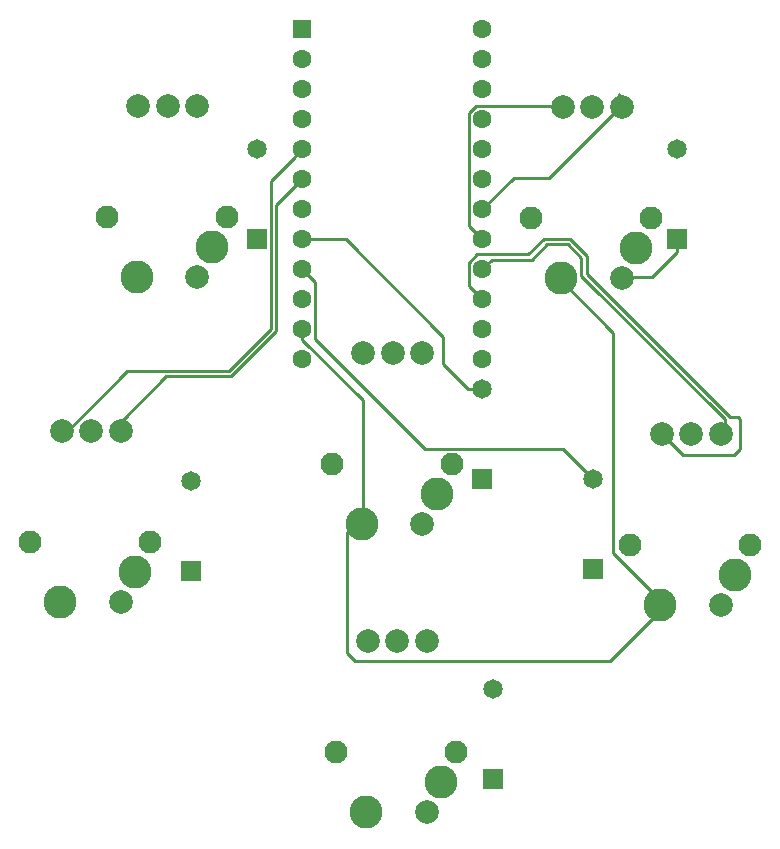
<source format=gbr>
G04 #@! TF.GenerationSoftware,KiCad,Pcbnew,(5.1.4)-1*
G04 #@! TF.CreationDate,2019-09-20T01:01:40-07:00*
G04 #@! TF.ProjectId,macropad,6d616372-6f70-4616-942e-6b696361645f,rev?*
G04 #@! TF.SameCoordinates,Original*
G04 #@! TF.FileFunction,Copper,L1,Top*
G04 #@! TF.FilePolarity,Positive*
%FSLAX46Y46*%
G04 Gerber Fmt 4.6, Leading zero omitted, Abs format (unit mm)*
G04 Created by KiCad (PCBNEW (5.1.4)-1) date 2019-09-20 01:01:40*
%MOMM*%
%LPD*%
G04 APERTURE LIST*
%ADD10C,2.000000*%
%ADD11C,2.800000*%
%ADD12C,1.950000*%
%ADD13R,1.651000X1.651000*%
%ADD14C,1.651000*%
%ADD15C,1.600000*%
%ADD16R,1.600000X1.600000*%
%ADD17C,0.250000*%
G04 APERTURE END LIST*
D10*
X177683160Y-104140000D03*
D11*
X172552360Y-118623080D03*
D12*
X170012360Y-113543080D03*
X180172360Y-113543080D03*
D11*
X178902360Y-116083080D03*
D10*
X175173000Y-104140000D03*
X172673000Y-104140000D03*
X177673000Y-118640000D03*
X152791160Y-121666000D03*
D11*
X147660360Y-136149080D03*
D12*
X145120360Y-131069080D03*
X155280360Y-131069080D03*
D11*
X154010360Y-133609080D03*
D10*
X150281000Y-121666000D03*
X147781000Y-121666000D03*
X152781000Y-136166000D03*
X152410160Y-97282000D03*
D11*
X147279360Y-111765080D03*
D12*
X144739360Y-106685080D03*
X154899360Y-106685080D03*
D11*
X153629360Y-109225080D03*
D10*
X149900000Y-97282000D03*
X147400000Y-97282000D03*
X152400000Y-111782000D03*
X126883160Y-103886000D03*
D11*
X121752360Y-118369080D03*
D12*
X119212360Y-113289080D03*
X129372360Y-113289080D03*
D11*
X128102360Y-115829080D03*
D10*
X124373000Y-103886000D03*
X121873000Y-103886000D03*
X126873000Y-118386000D03*
X169301160Y-76454000D03*
D11*
X164170360Y-90937080D03*
D12*
X161630360Y-85857080D03*
X171790360Y-85857080D03*
D11*
X170520360Y-88397080D03*
D10*
X166791000Y-76454000D03*
X164291000Y-76454000D03*
X169291000Y-90954000D03*
X133360160Y-76327000D03*
D11*
X128229360Y-90810080D03*
D12*
X125689360Y-85730080D03*
X135849360Y-85730080D03*
D11*
X134579360Y-88270080D03*
D10*
X130850000Y-76327000D03*
X128350000Y-76327000D03*
X133350000Y-90827000D03*
D13*
X166878000Y-115570000D03*
D14*
X166878000Y-107950000D03*
D13*
X173990000Y-87630000D03*
D14*
X173990000Y-80010000D03*
D13*
X158369000Y-133350000D03*
D14*
X158369000Y-125730000D03*
D15*
X157480000Y-69850000D03*
X157480000Y-72390000D03*
X157480000Y-74930000D03*
X157480000Y-77470000D03*
X157480000Y-80010000D03*
X157480000Y-82550000D03*
X157480000Y-85090000D03*
X157480000Y-87630000D03*
X157480000Y-90170000D03*
X157480000Y-92710000D03*
X157480000Y-95250000D03*
X157480000Y-97790000D03*
X142240000Y-97790000D03*
X142240000Y-95250000D03*
X142240000Y-92710000D03*
X142240000Y-90170000D03*
X142240000Y-87630000D03*
X142240000Y-85090000D03*
X142240000Y-82550000D03*
X142240000Y-80010000D03*
X142240000Y-77470000D03*
X142240000Y-74930000D03*
X142240000Y-72390000D03*
D16*
X142240000Y-69850000D03*
D13*
X157480000Y-107950000D03*
D14*
X157480000Y-100330000D03*
D13*
X138430000Y-87630000D03*
D14*
X138430000Y-80010000D03*
D13*
X132842000Y-115697000D03*
D14*
X132842000Y-108077000D03*
D17*
X132882000Y-115657000D02*
X132842000Y-115697000D01*
X156312567Y-100330000D02*
X154178000Y-98195433D01*
X157480000Y-100330000D02*
X156312567Y-100330000D01*
X143371370Y-87630000D02*
X142240000Y-87630000D01*
X145935002Y-87630000D02*
X143371370Y-87630000D01*
X154178000Y-95872998D02*
X145935002Y-87630000D01*
X154178000Y-98195433D02*
X154178000Y-95872998D01*
X143039999Y-90969999D02*
X142240000Y-90170000D01*
X143365001Y-91295001D02*
X143039999Y-90969999D01*
X143365001Y-96071003D02*
X143365001Y-91295001D01*
X152679077Y-105385079D02*
X143365001Y-96071003D01*
X164313079Y-105385079D02*
X152679077Y-105385079D01*
X166878000Y-107950000D02*
X164313079Y-105385079D01*
X173990000Y-88705500D02*
X173990000Y-87630000D01*
X171875500Y-90820000D02*
X173990000Y-88705500D01*
X168870000Y-90820000D02*
X171875500Y-90820000D01*
X156680001Y-91910001D02*
X157480000Y-92710000D01*
X156354999Y-91584999D02*
X156680001Y-91910001D01*
X156354999Y-89629999D02*
X156354999Y-91584999D01*
X157065007Y-88919991D02*
X156354999Y-89629999D01*
X162697931Y-87619069D02*
X161397009Y-88919991D01*
X164930761Y-87619069D02*
X162697931Y-87619069D01*
X178464009Y-102696599D02*
X166344205Y-90576795D01*
X172720000Y-104140000D02*
X174498000Y-105918000D01*
X166344205Y-89032513D02*
X164930761Y-87619069D01*
X174498000Y-105918000D02*
X178814002Y-105918000D01*
X178814002Y-105918000D02*
X179339001Y-105393001D01*
X179339001Y-105393001D02*
X179339001Y-102872999D01*
X166344205Y-90576795D02*
X166344205Y-89032513D01*
X179339001Y-102872999D02*
X179162601Y-102696599D01*
X161397009Y-88919991D02*
X157065007Y-88919991D01*
X179162601Y-102696599D02*
X178464009Y-102696599D01*
X158279999Y-89370001D02*
X157480000Y-90170000D01*
X161708999Y-89370001D02*
X158279999Y-89370001D01*
X178014000Y-104133000D02*
X178014000Y-102883000D01*
X178014000Y-102883000D02*
X165894196Y-90763196D01*
X165894196Y-90763196D02*
X165894196Y-89218914D01*
X165894196Y-89218914D02*
X164744361Y-88069079D01*
X164744361Y-88069079D02*
X163009921Y-88069079D01*
X163009921Y-88069079D02*
X161708999Y-89370001D01*
X147360000Y-109725787D02*
X147360000Y-111140000D01*
X147360000Y-101244998D02*
X147360000Y-109725787D01*
X142240000Y-96124998D02*
X147360000Y-101244998D01*
X142240000Y-95250000D02*
X142240000Y-96124998D01*
X172014001Y-119632999D02*
X173014000Y-118633000D01*
X168281999Y-123365001D02*
X172014001Y-119632999D01*
X146723999Y-123365001D02*
X168281999Y-123365001D01*
X146034999Y-122676001D02*
X146723999Y-123365001D01*
X146034999Y-112465001D02*
X146034999Y-122676001D01*
X147360000Y-111140000D02*
X146034999Y-112465001D01*
X172014001Y-117633001D02*
X173014000Y-118633000D01*
X168588999Y-114207999D02*
X172014001Y-117633001D01*
X168588999Y-95538999D02*
X168588999Y-114207999D01*
X163870000Y-90820000D02*
X168588999Y-95538999D01*
X156680001Y-86830001D02*
X157480000Y-87630000D01*
X156354999Y-86504999D02*
X156680001Y-86830001D01*
X156354999Y-76929999D02*
X156354999Y-86504999D01*
X156964998Y-76320000D02*
X156354999Y-76929999D01*
X163870000Y-76320000D02*
X156964998Y-76320000D01*
X169037000Y-76561000D02*
X163175000Y-82423000D01*
X169037000Y-75311000D02*
X169037000Y-76561000D01*
X160147000Y-82423000D02*
X157480000Y-85090000D01*
X163175000Y-82423000D02*
X160147000Y-82423000D01*
X136203401Y-99256009D02*
X140030511Y-95428899D01*
X130713990Y-99256010D02*
X136203401Y-99256009D01*
X126960000Y-104260000D02*
X126960000Y-103010000D01*
X126960000Y-103010000D02*
X130713990Y-99256010D01*
X140030511Y-84759489D02*
X142240000Y-82550000D01*
X140030511Y-95428899D02*
X140030511Y-84759489D01*
X121960000Y-104260000D02*
X127414000Y-98806000D01*
X127414000Y-98806000D02*
X136017000Y-98806000D01*
X141440001Y-80809999D02*
X142240000Y-80010000D01*
X139580501Y-82669499D02*
X141440001Y-80809999D01*
X139580501Y-95242499D02*
X139580501Y-82669499D01*
X136017000Y-98806000D02*
X139580501Y-95242499D01*
M02*

</source>
